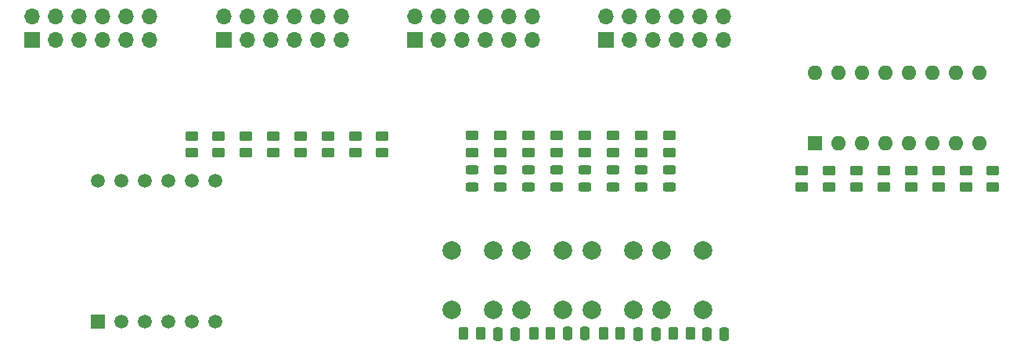
<source format=gts>
G04 #@! TF.GenerationSoftware,KiCad,Pcbnew,7.0.5*
G04 #@! TF.CreationDate,2023-07-12T21:58:56-04:00*
G04 #@! TF.ProjectId,modulo del FPGA THT,6d6f6475-6c6f-4206-9465-6c2046504741,rev?*
G04 #@! TF.SameCoordinates,Original*
G04 #@! TF.FileFunction,Soldermask,Top*
G04 #@! TF.FilePolarity,Negative*
%FSLAX46Y46*%
G04 Gerber Fmt 4.6, Leading zero omitted, Abs format (unit mm)*
G04 Created by KiCad (PCBNEW 7.0.5) date 2023-07-12 21:58:56*
%MOMM*%
%LPD*%
G01*
G04 APERTURE LIST*
G04 Aperture macros list*
%AMRoundRect*
0 Rectangle with rounded corners*
0 $1 Rounding radius*
0 $2 $3 $4 $5 $6 $7 $8 $9 X,Y pos of 4 corners*
0 Add a 4 corners polygon primitive as box body*
4,1,4,$2,$3,$4,$5,$6,$7,$8,$9,$2,$3,0*
0 Add four circle primitives for the rounded corners*
1,1,$1+$1,$2,$3*
1,1,$1+$1,$4,$5*
1,1,$1+$1,$6,$7*
1,1,$1+$1,$8,$9*
0 Add four rect primitives between the rounded corners*
20,1,$1+$1,$2,$3,$4,$5,0*
20,1,$1+$1,$4,$5,$6,$7,0*
20,1,$1+$1,$6,$7,$8,$9,0*
20,1,$1+$1,$8,$9,$2,$3,0*%
G04 Aperture macros list end*
%ADD10RoundRect,0.250000X-0.250000X-0.475000X0.250000X-0.475000X0.250000X0.475000X-0.250000X0.475000X0*%
%ADD11RoundRect,0.243750X0.456250X-0.243750X0.456250X0.243750X-0.456250X0.243750X-0.456250X-0.243750X0*%
%ADD12RoundRect,0.250000X-0.450000X0.262500X-0.450000X-0.262500X0.450000X-0.262500X0.450000X0.262500X0*%
%ADD13RoundRect,0.250000X-0.262500X-0.450000X0.262500X-0.450000X0.262500X0.450000X-0.262500X0.450000X0*%
%ADD14RoundRect,0.250000X0.450000X-0.262500X0.450000X0.262500X-0.450000X0.262500X-0.450000X-0.262500X0*%
%ADD15C,2.000000*%
%ADD16R,1.700000X1.700000*%
%ADD17O,1.700000X1.700000*%
%ADD18R,1.600000X1.600000*%
%ADD19O,1.600000X1.600000*%
%ADD20R,1.500000X1.500000*%
%ADD21C,1.500000*%
G04 APERTURE END LIST*
D10*
X130590000Y-85590000D03*
X132490000Y-85590000D03*
D11*
X123500000Y-69700000D03*
X123500000Y-67825000D03*
D12*
X126540000Y-64117500D03*
X126540000Y-65942500D03*
D11*
X111340000Y-69700000D03*
X111340000Y-67825000D03*
D13*
X104332500Y-85530000D03*
X106157500Y-85530000D03*
D12*
X83725000Y-64165000D03*
X83725000Y-65990000D03*
D14*
X143855000Y-69715000D03*
X143855000Y-67890000D03*
D11*
X114380000Y-69700000D03*
X114380000Y-67825000D03*
D13*
X126992500Y-85530000D03*
X128817500Y-85530000D03*
D14*
X149755000Y-69715000D03*
X149755000Y-67890000D03*
D15*
X103005000Y-83010000D03*
X103005000Y-76510000D03*
X107505000Y-83010000D03*
X107505000Y-76510000D03*
D10*
X115550000Y-85560000D03*
X117450000Y-85560000D03*
X107990000Y-85570000D03*
X109890000Y-85570000D03*
D14*
X140905000Y-69715000D03*
X140905000Y-67890000D03*
D12*
X89625000Y-64165000D03*
X89625000Y-65990000D03*
D14*
X158605000Y-69715000D03*
X158605000Y-67890000D03*
D16*
X119725000Y-53760000D03*
D17*
X119725000Y-51220000D03*
X122265000Y-53760000D03*
X122265000Y-51220000D03*
X124805000Y-53760000D03*
X124805000Y-51220000D03*
X127345000Y-53760000D03*
X127345000Y-51220000D03*
X129885000Y-53760000D03*
X129885000Y-51220000D03*
X132425000Y-53760000D03*
X132425000Y-51220000D03*
D11*
X117420000Y-69700000D03*
X117420000Y-67825000D03*
D12*
X114380000Y-64117500D03*
X114380000Y-65942500D03*
X111340000Y-64117500D03*
X111340000Y-65942500D03*
D13*
X119439166Y-85530000D03*
X121264166Y-85530000D03*
X111885833Y-85530000D03*
X113710833Y-85530000D03*
D18*
X142305000Y-64980000D03*
D19*
X144845000Y-64980000D03*
X147385000Y-64980000D03*
X149925000Y-64980000D03*
X152465000Y-64980000D03*
X155005000Y-64980000D03*
X157545000Y-64980000D03*
X160085000Y-64980000D03*
X160085000Y-57360000D03*
X157545000Y-57360000D03*
X155005000Y-57360000D03*
X152465000Y-57360000D03*
X149925000Y-57360000D03*
X147385000Y-57360000D03*
X144845000Y-57360000D03*
X142305000Y-57360000D03*
D12*
X86675000Y-64165000D03*
X86675000Y-65990000D03*
D10*
X123210000Y-85570000D03*
X125110000Y-85570000D03*
D12*
X80775000Y-64165000D03*
X80775000Y-65990000D03*
X123500000Y-64117500D03*
X123500000Y-65942500D03*
X92575000Y-64165000D03*
X92575000Y-65990000D03*
X117420000Y-64117500D03*
X117420000Y-65942500D03*
D16*
X57655000Y-53760000D03*
D17*
X57655000Y-51220000D03*
X60195000Y-53760000D03*
X60195000Y-51220000D03*
X62735000Y-53760000D03*
X62735000Y-51220000D03*
X65275000Y-53760000D03*
X65275000Y-51220000D03*
X67815000Y-53760000D03*
X67815000Y-51220000D03*
X70355000Y-53760000D03*
X70355000Y-51220000D03*
D20*
X64715000Y-84240000D03*
D21*
X67255000Y-84240000D03*
X69795000Y-84240000D03*
X72335000Y-84240000D03*
X74875000Y-84240000D03*
X77415000Y-84240000D03*
X77415000Y-69000000D03*
X74875000Y-69000000D03*
X72335000Y-69000000D03*
X69795000Y-69000000D03*
X67255000Y-69000000D03*
X64715000Y-69000000D03*
D12*
X108300000Y-64117500D03*
X108300000Y-65942500D03*
D14*
X155655000Y-69715000D03*
X155655000Y-67890000D03*
X146805000Y-69715000D03*
X146805000Y-67890000D03*
D12*
X95525000Y-64165000D03*
X95525000Y-65990000D03*
D14*
X152705000Y-69715000D03*
X152705000Y-67890000D03*
D15*
X118158332Y-83010000D03*
X118158332Y-76510000D03*
X122658332Y-83010000D03*
X122658332Y-76510000D03*
D12*
X74875000Y-64165000D03*
X74875000Y-65990000D03*
D16*
X78345000Y-53760000D03*
D17*
X78345000Y-51220000D03*
X80885000Y-53760000D03*
X80885000Y-51220000D03*
X83425000Y-53760000D03*
X83425000Y-51220000D03*
X85965000Y-53760000D03*
X85965000Y-51220000D03*
X88505000Y-53760000D03*
X88505000Y-51220000D03*
X91045000Y-53760000D03*
X91045000Y-51220000D03*
D14*
X161555000Y-69715000D03*
X161555000Y-67890000D03*
D11*
X108300000Y-69700000D03*
X108300000Y-67825000D03*
D15*
X125735000Y-83010000D03*
X125735000Y-76510000D03*
X130235000Y-83010000D03*
X130235000Y-76510000D03*
D12*
X77825000Y-64165000D03*
X77825000Y-65990000D03*
X105260000Y-64117500D03*
X105260000Y-65942500D03*
D11*
X126540000Y-69700000D03*
X126540000Y-67825000D03*
D12*
X120460000Y-64117500D03*
X120460000Y-65942500D03*
D11*
X120460000Y-69700000D03*
X120460000Y-67825000D03*
X105260000Y-69700000D03*
X105260000Y-67825000D03*
D15*
X110581666Y-83010000D03*
X110581666Y-76510000D03*
X115081666Y-83010000D03*
X115081666Y-76510000D03*
D16*
X99035000Y-53760000D03*
D17*
X99035000Y-51220000D03*
X101575000Y-53760000D03*
X101575000Y-51220000D03*
X104115000Y-53760000D03*
X104115000Y-51220000D03*
X106655000Y-53760000D03*
X106655000Y-51220000D03*
X109195000Y-53760000D03*
X109195000Y-51220000D03*
X111735000Y-53760000D03*
X111735000Y-51220000D03*
M02*

</source>
